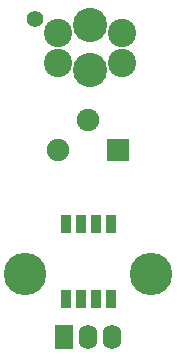
<source format=gbs>
%TF.GenerationSoftware,KiCad,Pcbnew,4.0.7-e2-6376~58~ubuntu16.04.1*%
%TF.CreationDate,2018-01-20T15:43:28+01:00*%
%TF.ProjectId,Modulo IR,4D6F64756C6F2049522E6B696361645F,1.0*%
%TF.FileFunction,Soldermask,Bot*%
%FSLAX46Y46*%
G04 Gerber Fmt 4.6, Leading zero omitted, Abs format (unit mm)*
G04 Created by KiCad (PCBNEW 4.0.7-e2-6376~58~ubuntu16.04.1) date Sat Jan 20 15:43:28 2018*
%MOMM*%
%LPD*%
G01*
G04 APERTURE LIST*
%ADD10C,0.100000*%
%ADD11C,1.910000*%
%ADD12R,1.910000X1.910000*%
%ADD13R,1.600000X2.100000*%
%ADD14O,1.600000X2.100000*%
%ADD15R,0.908000X1.543000*%
%ADD16C,2.400000*%
%ADD17C,2.900000*%
%ADD18C,1.400000*%
%ADD19C,3.600000*%
G04 APERTURE END LIST*
D10*
D11*
X7112000Y-13589000D03*
D12*
X12192000Y-13589000D03*
D11*
X9652000Y-11049000D03*
D13*
X7620000Y-29464000D03*
D14*
X9620000Y-29464000D03*
X11620000Y-29464000D03*
D15*
X11557000Y-19875500D03*
X10287000Y-19875500D03*
X9017000Y-19875500D03*
X7747000Y-19875500D03*
X7747000Y-26225500D03*
X9017000Y-26225500D03*
X10287000Y-26225500D03*
X11557000Y-26225500D03*
D16*
X7029000Y-6223000D03*
X12529000Y-6223000D03*
X7029000Y-3683000D03*
X12529000Y-3683000D03*
D17*
X9779000Y-3053000D03*
X9779000Y-6853000D03*
D18*
X5129000Y-2503000D03*
D19*
X14986000Y-24130000D03*
X4318000Y-24130000D03*
M02*

</source>
